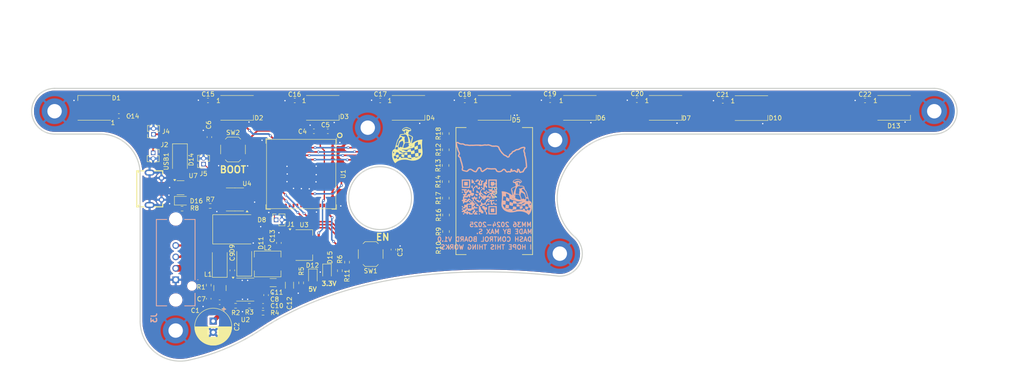
<source format=kicad_pcb>
(kicad_pcb (version 20240108) (generator "pcbnew") (generator_version "8.0")
  (layers (0 "F.Cu" signal) (31 "B.Cu" signal) (34 "B.Paste" user) (35 "F.Paste" user) (36 "B.SilkS" user "B.Silkscreen") (37 "F.SilkS" user "F.Silkscreen") (38 "B.Mask" user) (39 "F.Mask" user) (44 "Edge.Cuts" user))
  (net 0 "")
  (net 1 "Net-(C1-Pad1)")
  (net 2 "GND")
  (net 3 "+3.3V")
  (net 4 "Net-(U1-EN)")
  (net 5 "Net-(U1-GPIO0{slash}BOOT)")
  (net 6 "+5V")
  (net 7 "Net-(D11-K)")
  (net 8 "DIN")
  (net 9 "Net-(D1-DOUT)")
  (net 10 "Net-(D2-DOUT)")
  (net 11 "Net-(D3-DOUT)")
  (net 12 "+12V")
  (net 13 "VBUS")
  (net 14 "Net-(D9-K)")
  (net 15 "CANH")
  (net 16 "CANL")
  (net 17 "USB_N")
  (net 18 "Net-(D4-DOUT)")
  (net 19 "RX")
  (net 20 "USB_P")
  (net 21 "GLED01")
  (net 22 "TX")
  (net 23 "GLED02")
  (net 24 "GLED03")
  (net 25 "GLED04")
  (net 26 "GLED05")
  (net 27 "GLED06")
  (net 28 "GLED07")
  (net 29 "GLED08")
  (net 30 "Net-(D5-DOUT)")
  (net 31 "Net-(D6-DOUT)")
  (net 32 "Net-(D10-DIN)")
  (net 34 "Net-(U2-EN)")
  (net 35 "BUTTON1")
  (net 36 "BUTTON2")
  (net 38 "Net-(U2-SS)")
  (net 39 "Net-(U2-BOOT)")
  (net 40 "Net-(U2-FB)")
  (net 41 "Net-(D16-A)")
  (net 48 "Net-(D12-A)")
  (net 49 "Net-(D10-DOUT)")
  (net 52 "BUTTON3")
  (net 62 "Net-(D15-A)")
  (net 63 "Net-(U2-RT)")
  (net 64 "BUTTON4")
  (net 66 "Net-(U1-GPIO47{slash}SPICLK_P{slash}SUBSPICLK_P_DIFF)")
  (net 67 "Net-(LED1-Cathode-Pad9)")
  (net 68 "Net-(LED1-Cathode-Pad5)")
  (net 69 "Net-(LED1-Cathode-Pad4)")
  (net 70 "Net-(LED1-Cathode-Pad3)")
  (net 71 "Net-(LED1-Cathode-Pad2)")
  (net 72 "Net-(LED1-Cathode-Pad10)")
  (net 73 "Net-(LED1-Cathode-Pad8)")
  (net 74 "Net-(LED1-Cathode-Pad7)")
  (net 75 "Net-(USB1-D-)")
  (net 76 "Net-(USB1-D+)")
  (footprint "Connector_PinSocket_1.27mm:PinSocket_1x02_P1.27mm_Vertical" (layer "F.Cu") (at 157.83 147.6 90)
    (property "Reference" "J1")
    (property "Value" "BUTTTON 1")
  )
  (footprint "LED_SMD:LED_0805_2012Metric" (layer "F.Cu") (at 136.91 143.34)
    (property "Reference" "D16")
    (property "Value" "LED")
  )
  (footprint "Capacitor_SMD:C_0603_1608Metric" (layer "F.Cu") (at 257.125 121.15)
    (property "Reference" "C21")
    (property "Value" "0.1uF")
  )
  (footprint "Capacitor_SMD:C_0603_1608Metric" (layer "F.Cu") (at 145.275 165.9 180)
    (property "Reference" "C7")
    (property "Value" "1u")
  )
  (footprint "Button_Switch_SMD:SW_SPST_TL3342" (layer "F.Cu") (at 178.85 155.2 180)
    (property "Reference" "SW1")
    (property "Value" "RESET1")
  )
  (footprint "Capacitor_SMD:C_0603_1608Metric" (layer "F.Cu") (at 180.975 121.05)
    (property "Reference" "C17")
    (property "Value" "0.1uF")
  )
  (footprint "Capacitor_SMD:C_0603_1608Metric" (layer "F.Cu") (at 238.025 121)
    (property "Reference" "C20")
    (property "Value" "0.1uF")
  )
  (footprint "Resistor_SMD:R_0805_2012Metric" (layer "F.Cu") (at 195.6 150.1875 90)
    (property "Reference" "R9")
    (property "Value" "40")
  )
  (footprint "Capacitor_SMD:C_0603_1608Metric" (layer "F.Cu") (at 288.75 121.05)
    (property "Reference" "C22")
    (property "Value" "0.1uF")
  )
  (footprint "Package_SO:SOIC-8_3.9x4.9mm_P1.27mm" (layer "F.Cu") (at 148.675 143.055 180)
    (property "Reference" "U4")
    (property "Value" "TJA1051T-3")
  )
  (footprint "LED_SMD:LED_WS2812B_PLCC4_5.0x5.0mm_P3.2mm" (layer "F.Cu") (at 225.35 122.7)
    (property "Reference" "D6")
    (property "Value" "WS2812B")
  )
  (footprint "Resistor_SMD:R_0603_1608Metric" (layer "F.Cu") (at 151.875 166.697349 180)
    (property "Reference" "R3")
    (property "Value" "12k")
  )
  (footprint "Capacitor_SMD:C_0603_1608Metric" (layer "F.Cu") (at 169.325 127.9)
    (property "Reference" "C5")
    (property "Value" "10nF")
  )
  (footprint "Capacitor_SMD:C_0603_1608Metric" (layer "F.Cu") (at 158.45 152.725 90)
    (property "Reference" "C13")
    (property "Value" "4.7u")
  )
  (footprint "Resistor_SMD:R_0603_1608Metric" (layer "F.Cu") (at 163.4 161.6 -90)
    (property "Reference" "R5")
    (property "Value" "510")
  )
  (footprint "Resistor_SMD:R_0603_1608Metric" (layer "F.Cu") (at 173.6 157 90)
    (property "Reference" "R11")
    (property "Value" "10k")
  )
  (footprint "Resistor_SMD:R_0603_1608Metric" (layer "F.Cu") (at 154.925 168.247349)
    (property "Reference" "R4")
    (property "Value" "68k")
  )
  (footprint "LED_SMD:LED_WS2812B_PLCC4_5.0x5.0mm_P3.2mm" (layer "F.Cu") (at 295.2 122.7)
    (property "Reference" "D13")
    (property "Value" "WS2812B")
  )
  (footprint "Capacitor_SMD:C_0603_1608Metric" (layer "F.Cu") (at 154.925 166.697349 180)
    (property "Reference" "C10")
    (property "Value" "330p")
  )
  (footprint "PCM_Espressif:ESP32-S3-MINI-1U" (layer "F.Cu") (at 163.4 137.4 -90)
    (property "Reference" "U1")
    (property "Value" "ESP32-S3-MINI-1")
  )
  (footprint "LED_SMD:LED_WS2812B_PLCC4_5.0x5.0mm_P3.2mm" (layer "F.Cu") (at 117.4 122.7 180)
    (property "Reference" "D1")
    (property "Value" "WS2812B")
  )
  (footprint "Capacitor_SMD:C_0603_1608Metric" (layer "F.Cu") (at 166.225 127.9 180)
    (property "Reference" "C4")
    (property "Value" "1uF")
  )
  (footprint "Resistor_SMD:R_0805_2012Metric" (layer "F.Cu") (at 195.5 135.5 90)
    (property "Reference" "R13")
    (property "Value" "40")
  )
  (footprint "Resistor_SMD:R_0805_2012Metric" (layer "F.Cu") (at 195.6 153.8 90)
    (property "Reference" "R10")
    (property "Value" "40")
  )
  (footprint "Capacitor_SMD:C_1206_3216Metric" (layer "F.Cu") (at 160.8 162.125 -90)
    (property "Reference" "C12")
    (property "Value" "10u")
  )
  (footprint "LED_SMD:LED_WS2812B_PLCC4_5.0x5.0mm_P3.2mm" (layer "F.Cu") (at 244.4 122.7)
    (property "Reference" "D7")
    (property "Value" "WS2812B")
  )
  (footprint "LED_SMD:LED_WS2812B_PLCC4_5.0x5.0mm_P3.2mm" (layer "F.Cu") (at 206.35 122.7)
    (property "Reference" "D5")
    (property "Value" "WS2812B")
  )
  (footprint "Capacitor_SMD:C_0603_1608Metric" (layer "F.Cu") (at 199.775 121.05)
    (property "Reference" "C18")
    (property "Value" "0.1uF")
  )
  (footprint "LED_SMD:LED_WS2812B_PLCC4_5.0x5.0mm_P3.2mm" (layer "F.Cu") (at 263.5 122.75)
    (property "Reference" "D10")
    (property "Value" "WS2812B")
  )
  (footprint "Button_Switch_SMD:SW_SPST_TL3342" (layer "F.Cu") (at 148.25 131.95)
    (property "Reference" "SW2")
    (property "Value" "BOOT1")
  )
  (footprint "Resistor_SMD:R_0603_1608Metric" (layer "F.Cu") (at 136.925 145.1 180)
    (property "Reference" "R8")
    (property "Value" "120")
  )
  (footprint "LED_SMD:LED_0805_2012Metric" (layer "F.Cu") (at 169.15 159.1 -90)
    (property "Reference" "D15")
    (property "Value" "LED")
  )
  (footprint "LED_SMD:LED_WS2812B_PLCC4_5.0x5.0mm_P3.2mm" (layer "F.Cu") (at 187.25 122.7)
    (property "Reference" "D4")
    (property "Value" "WS2812B")
  )
  (footprint "Resistor_SMD:R_0805_2012Metric" (layer "F.Cu") (at 195.55 142.7625 90)
    (property "Reference" "R17")
    (property "Value" "40")
  )
  (footprint "Resistor_SMD:R_0805_2012Metric" (layer "F.Cu") (at 195.5 139.0875 90)
    (property "Reference" "R14")
    (property "Value" "40")
  )
  (footprint "Capacitor_SMD:C_0603_1608Metric" (layer "F.Cu") (at 218.75 121)
    (property "Reference" "C19")
    (property "Value" "0.1uF")
  )
  (footprint "Inductor_SMD:L_1210_3225Metric" (layer "F.Cu") (at 145.35 162.75 -90)
    (property "Reference" "L1")
    (property "Value" "2.2u")
  )
  (footprint "Connector_PinSocket_1.27mm:PinSocket_1x02_P1.27mm_Vertical" (layer "F.Cu") (at 130.575 128.575 180)
    (property "Reference" "J4")
    (property "Value" "BUTTON 2")
  )
  (footprint "Capacitor_SMD:C_0603_1608Metric" (layer "F.Cu") (at 155.6 164.322349 -90)
    (property "Reference" "C8")
    (property "Value" "10n")
  )
  (footprint "LED_SMD:LED_0805_2012Metric" (layer "F.Cu") (at 166 160.2 -90)
    (property "Reference" "D12")
    (property "Value" "LED")
  )
  (footprint "Capacitor_SMD:C_0603_1608Metric" (layer "F.Cu") (at 122.875 124.5 180)
    (property "Reference" "C14")
    (property "Value" "0.1uF")
  )
  (footprint "Capacitor_SMD:C_0603_1608Metric" (layer "F.Cu") (at 161.975 121.05)
    (property "Reference" "C16")
    (property "Value" "0.1uF")
  )
  (footprint "LED_SMD:LED_WS2812B_PLCC4_5.0x5.0mm_P3.2mm" (layer "F.Cu") (at 149.15 122.7)
    (property "Reference" "D2")
    (property "Value" "WS2812B")
  )
  (footprint "Diode_SMD:D_SMA" (layer "F.Cu") (at 150.75 156.597349 90)
    (property "Reference" "D11")
    (property "Value" "D_Schottky")
  )
  (footprint "Connector_PinSocket_1.27mm:PinSocket_1x02_P1.27mm_Vertical" (layer "F.Cu") (at 130.5 132.7)
    (property "Reference" "J2")
    (property "Value" "BUTTTON 1")
  )
  (footprint "Capacitor_THT:CP_Radial_D8.0mm_P2.50mm" (layer "F.Cu") (at 143.85 170.1 -90)
    (property "Reference" "C2")
    (property "Value" "56u")
  )
  (footprint "Diode_SMD:D_SMA" (layer "F.Cu") (at 136.45 134.2 -90)
    (property "Reference" "D14")
    (property "Value" "D_Schottky")
  )
  (footprint "Package_TO_SOT_SMD:SOT-23-6" (layer "F.Cu") (at 136.5875 140.45)
    (property "Reference" "U7")
    (property "Value" "USBLC6-2SC6")
  )
  (footprint "Capacitor_SMD:C_0603_1608Metric" (layer "F.Cu") (at 143 129.2 90)
    (property "Reference" "C6")
    (property "Value" "0.1uF")
  )
  (footprint "Diode_SMD:D_SMA" (layer "F.Cu") (at 145.3 156.85 90)
    (property "Reference" "D9")
    (property "Value" "D_Schottky")
  )
  (footprint "Inductor_SMD:L_Sunlord_MWSA0503S" (layer "F.Cu") (at 155.95 157.397349)
    (property "Reference" "L2")
    (property "Value" "10u")
  )
  (footprint "Diode_SMD:D_SMC" (layer "F.Cu") (at 148.65 149.7)
    (property "Reference" "D8")
    (property "Value" "SM15T33CA")
  )
  (footprint "Capacitor_SMD:C_0603_1608Metric" (layer "F.Cu") (at 148.1 158.822349 90)
    (property "Reference" "C9")
    (property "Value" "100n")
  )
  (footprint "Package_SO:SOIC-8-1EP_3.9x4.9mm_P1.27mm_EP2.29x3mm" (layer "F.Cu") (at 150.97 163.097349)
    (property "Reference" "U2")
    (property "Value" "LMR14020")
  )
  (footprint "USB Footprint:MICRO-USB-SMD_5P-P0.65-H-F_C10418" (layer "F.Cu") (at 131.025 140.7 -90)
    (property "Reference" "USB1")
    (property "Value" "C10418")
  )
  (footprint "Capacitor_SMD:C_0603_1608Metric" (layer "F.Cu") (at 142.675 121.05)
    (property "Reference" "C15")
    (property "Value" "0.1uF")
  )
  (footprint "Resistor_SMD:R_0805_2012Metric" (layer "F.Cu") (at 195.55 128.4125 90)
    (property "Reference" "R18")
    (property "Value" "40")
  )
  (footprint "LED_SMD:LED_WS2812B_PLCC4_5.0x5.0mm_P3.2mm" (layer "F.Cu") (at 168.2 122.7)
    (property "Reference" "D3")
    (property "Value" "WS2812B")
  )
  (footprint "Connector_PinSocket_1.27mm:PinSocket_1x02_P1.27mm_Vertical" (layer "F.Cu") (at 141.7 135.2 180)
    (property "Reference" "J5")
    (property "Value" "BUTTON 2")
  )
  (footprint "LOGO" (layer "F.Cu") (at 187 131)
    (property "Reference" "G***" (hide yes))
    (property "Value" "LOGO" (hide yes))
  )
  (footprint "Capacitor_SMD:C_1206_3216Metric" (layer "F.Cu") (at 157.175 161.547349 180)
    (property "Reference" "C11")
    (property "Value" "10u")
  )
  (footprint "Resistor_SMD:R_0603_1608Metric" (layer "F.Cu") (at 148.825 166.697349)
    (property "Reference" "R2")
    (property "Value" "10k")
  )
  (footprint "Resistor_SMD:R_0603_1608Metric" (layer "F.Cu") (at 143.175 144.5)
    (property "Reference" "R7")
    (property "Value" "120")
  )
  (footprint "Resistor_SMD:R_0603_1608Metric" (layer "F.Cu") (at 142.85 162.1 -90)
    (property "Reference" "R1")
    (property "Value" "1")
  )
  (footprint "Capacitor_SMD:C_0603_1608Metric" (layer "F.Cu") (at 183.9 154.2 90)
    (property "Reference" "C3")
    (property "Value" "0.1uF")
  )
  (footprint "Resistor_SMD:R_0805_2012Metric" (layer "F.Cu") (at 195.55 132.0125 90)
    (property "Reference" "R12")
    (property "Value" "40")
  )
  (footprint "ACSA08_51SURKWA:LED10_ACSA08-51SURKWA_KNB" (layer "F.Cu") (at 206.32 141.1945 -90)
    (property "Reference" "LED1")
    (property "Value" "ACSA08-51SURKWA")
  )
  (footprint "Resistor_SMD:R_0805_2012Metric" (layer "F.Cu") (at 195.6 146.5125 90)
    (property "Reference" "R16")
    (property "Value" "40")
  )
  (footprint "Package_TO_SOT_SMD:SOT-223-3_TabPin2" (layer "F.Cu") (at 164.05 153.2)
    (property "Reference" "U3")
    (property "Value" "AMS1117-3.3")
  )
  (footprint "Capacitor_SMD:C_0603_1608Metric" (layer "F.Cu") (at 142.85 165.125 -90)
    (property "Reference" "C1")
    (property "Value" "4.7u")
  )
  (footprint "Resistor_SMD:R_0603_1608Metric" (layer "F.Cu") (at 172 158.9 90)
    (property "Reference" "R6")
    (property "Value" "510")
  )
  (footprint "MountingHole:MountingHole_3.2mm_M3_ISO7380_Pad_TopOnly" (layer "B.Cu") (at 135.5 172.2 180)
    (property "Reference" "H1" (hide yes))
    (property "Value" "MountingHole_3.2mm_M3_ISO7380_Pad_TopOnly" (hide yes))
  )
  (footprint "MountingHole:MountingHole_3.2mm_M3_ISO7380_Pad_TopOnly" (layer "B.Cu") (at 108.579996 123.443576 180)
    (property "Reference" "H1" (hide yes))
    (property "Value" "MountingHole_3.2mm_M3_ISO7380_Pad_TopOnly" (hide yes))
  )
  (footprint "LOGO" (layer "B.Cu") (at 203.1 142.4 180)
    (property "Reference" "G***" (hide yes))
    (property "Value" "LOGO" (hide yes))
  )
  (footprint "LOGO" (layer "B.Cu") (at 211.3 142.5 180)
    (property "Reference" "G***" (hide yes))
    (property "Value" "LOGO" (hide yes))
  )
  (footprint "MountingHole:MountingHole_3.2mm_M3_ISO7380_Pad_TopOnly" (layer "B.Cu") (at 178.2 127.1 180)
    (property "Reference" "REF**" (hide yes))
    (property "Value" "MountingHole_3.2mm_M3_ISO7380_Pad_TopOnly" (hide yes))
  )
  (footprint "MountingHole:MountingHole_3.2mm_M3_ISO7380_Pad_TopOnly" (layer "B.Cu") (at 219.85 129.85 180)
    (property "Reference" "REF**" (hide yes))
    (property "Value" "MountingHole_3.2mm_M3_ISO7380_Pad_TopOnly" (hide yes))
  )
  (footprint "TE 1379165-7:13791657" (layer "B.Cu") (at 135.5125 160.91 90)
    (property "Reference" "J3")
    (property "Value" "1379165-7" (hide yes))
  )
  (footprint "MountingHole:MountingHole_3.2mm_M3_ISO7380_Pad_TopOnly" (layer "B.Cu") (at 304.133706 123.443576 180)
    (property "Reference" "REF**" (hide yes))
    (property "Value" "MountingHole_3.2mm_M3_ISO7380_Pad_TopOnly" (hide yes))
  )
  (footprint "MountingHole:MountingHole_3.2mm_M3_ISO7380_Pad_TopOnly" (layer "B.Cu") (at 220.896696 155.104076 180)
    (property "Reference" "REF**" (hide yes))
    (property "Value" "MountingHole_3.2mm_M3_ISO7380_Pad_TopOnly" (hide yes))
  )
  (footprint "LOGO" (layer "B.Cu") (at 205.8 133.5 -105)
    (property "Reference" "G***" (hide yes))
    (property "Value" "LOGO" (hide yes))
  )
  (gr_circle (center 171.98 128.81) (end 172.48 128.81) (stroke (width 0.25)) (fill none) (layer "F.SilkS"))
  (gr_line (start 235.703976 128.523576) (end 304.133696 128.523576) (stroke (width 0.25)) (layer "Edge.Cuts"))
  (gr_arc (start 220.941864 139.026582) (mid 226.642652 131.413459) (end 235.703976 128.523576) (stroke (width 0.25)) (layer "Edge.Cuts"))
  (gr_arc (start 224.197694 151.348599) (mid 220.692958 145.6835) (end 220.941864 139.026582) (stroke (width 0.25)) (layer "Edge.Cuts"))
  (gr_circle (center 180.943706 142.763576) (end 180.943706 135.778576) (stroke (width 0.25)) (fill none) (layer "Edge.Cuts"))
  (gr_line (start 127.603706 137.413576) (end 127.603706 170.106676) (stroke (width 0.25)) (layer "Edge.Cuts"))
  (gr_line (start 127.603696 137.413576) (end 127.603706 137.413576) (stroke (width 0.25)) (layer "Edge.Cuts"))
  (gr_line (start 304.133696 118.363576) (end 108.567147 118.363576) (stroke (width 0.25)) (layer "Edge.Cuts"))
  (gr_arc (start 154.466197 171.994422) (mid 146.733474 176.157894) (end 138.357688 178.799058) (stroke (width 0.25)) (layer "Edge.Cuts"))
  (gr_arc (start 138.357688 178.799058) (mid 130.905266 177.020533) (end 127.603706 170.106676) (stroke (width 0.25)) (layer "Edge.Cuts"))
  (gr_line (start 108.579996 128.523576) (end 118.713696 128.523576) (stroke (width 0.25)) (layer "Edge.Cuts"))
  (gr_arc (start 118.713696 128.523576) (mid 124.999875 131.127397) (end 127.603696 137.413576) (stroke (width 0.25)) (layer "Edge.Cuts"))
  (gr_curve (pts (xy 154.466197 171.994422) (xy 172.861084 159.727626) (xy 198.105156 157.574106) (xy 220.338314 160.072796)) (stroke (width 0.25)) (layer "Edge.Cuts"))
  (gr_arc (start 304.133696 118.363576) (mid 309.213706 123.443576) (end 304.133696 128.523576) (stroke (width 0.25)) (layer "Edge.Cuts"))
  (gr_arc (start 108.579996 128.523576) (mid 103.5 123.45) (end 108.567147 118.363576) (stroke (width 0.25)) (layer "Edge.Cuts"))
  (gr_arc (start 224.197694 151.348599) (mid 225.469276 157.126874) (end 220.338314 160.072796) (stroke (width 0.25)) (layer "Edge.Cuts"))
  (gr_text "+" (at 147 168 0) (layer "B.SilkS") (effects (font (size 1 1) (thickness 0.2) (bold yes)) (justify left bottom mirror)))
  (gr_text "I HOPE THIS THING WORKS" (at 214.8 154.25 0) (layer "B.SilkS") (effects (font (size 1 1) (thickness 0.2) (bold yes)) (justify left bottom mirror)))
  (gr_text "DASH CONTROL BOARD V1.0" (at 214.8 152.5 0) (layer "B.SilkS") (effects (font (size 1 1) (thickness 0.2) (bold yes)) (justify left bottom mirror)))
  (gr_text "MM36 2024-2025" (at 214.75 149.25 0) (layer "B.SilkS") (effects (font (size 1 1) (thickness 0.2) (bold yes)) (justify left bottom mirror)))
  (gr_text "MADE BY MAX S." (at 214.9 150.8 0) (layer "B.SilkS") (effects (font (size 1 1) (thickness 0.2) (bold yes)) (justify left bottom mirror)))
  (gr_text "BOOT" (at 145.15 137.3 0) (layer "F.SilkS") (effects (font (size 1.5 1.5) (thickness 0.3) (bold yes)) (justify left bottom)))
  (gr_text "5V" (at 164.9 163.6 0) (layer "F.SilkS") (effects (font (size 1 1) (thickness 0.2) (bold yes)) (justify left bottom)))
  (gr_text "EN" (at 179.86 152.31 0) (layer "F.SilkS") (effects (font (size 1.5 1.5) (thickness 0.3) (bold yes)) (justify left bottom)))
  (gr_text "3.3V" (at 167.85 162.35 0) (layer "F.SilkS") (effects (font (size 1 1) (thickness 0.2) (bold yes)) (justify left bottom)))
  (segment (start 142.85 164.35) (end 142.85 162.925) (width 0.5) (layer "F.Cu") (net 1))
  (segment (start 286.55 121.05) (end 287.975 121.05) (width 0.5) (layer "F.Cu") (net 2))
  (segment (start 141.9 121.05) (end 140.6 121.05) (width 0.5) (layer "F.Cu") (net 2))
  (segment (start 170.4 134.85) (end 170.4 134) (width 0.5) (layer "F.Cu") (net 2))
  (segment (start 170.4 140.2) (end 170.4 139.95) (width 0.5) (layer "F.Cu") (net 2))
  (segment (start 166 159.2625) (end 167.5875 159.2625) (width 0.5) (layer "F.Cu") (net 2))
  (segment (start 161.75 139.05) (end 161.75 137.4) (width 1) (layer "F.Cu") (net 2))
  (segment (start 170.4 140.8) (end 170.4 140.2) (width 0.5) (layer "F.Cu") (net 2))
  (segment (start 150.97 163.097349) (end 151.605 162.462349) (width 0.5) (layer "F.Cu") (net 2))
  (segment (start 179.05 121) (end 180.15 121) (width 0.5) (layer "F.Cu") (net 2))
  (segment (start 266 126.2) (end 266 124.45) (width 0.5) (layer "F.Cu") (net 2))
  (segment (start 167.65 159.2) (end 168.1125 159.2) (width 0.5) (layer "F.Cu") (net 2))
  (segment (start 166.7 139.15) (end 165.15 139.15) (width 0.5) (layer "F.Cu") (net 2))
  (segment (start 165.15 135.65) (end 165.05 135.75) (width 0.5) (layer "F.Cu") (net 2))
  (segment (start 168.1125 159.2) (end 169.15 158.1625) (width 0.5) (layer "F.Cu") (net 2))
  (segment (start 182 153.3) (end 183.775 153.3) (width 0.3) (layer "F.Cu") (net 2))
  (segment (start 227.8 126) (end 227.8 124.35) (width 0.5) (layer "F.Cu") (net 2))
  (segment (start 165.2 140.7) (end 165.2 139.2) (width 0.5) (layer "F.Cu") (net 2))
  (segment (start 189.7 126.1) (end 189.75 126.15) (width 0.5) (layer "F.Cu") (net 2))
  (segment (start 163.45 140.65) (end 163.45 139.1) (width 0.5) (layer "F.Cu") (net 2))
  (segment (start 158.9 150.9) (end 160.9 150.9) (width 0.5) (layer "F.Cu") (net 2))
  (segment (start 189.7 124.35) (end 189.7 126.1) (width 0.5) (layer "F.Cu") (net 2))
  (segment (start 157.1 163.85) (end 155.852651 165.097349) (width 0.5) (layer "F.Cu") (net 2))
  (segment (start 185.375 153.425) (end 185.4 153.4) (width 0.3) (layer "F.Cu") (net 2))
  (segment (start 170.4 131.45) (end 170.4 130.4) (width 0.5) (layer "F.Cu") (net 2))
  (segment (start 246.95 124.45) (end 246.85 124.35) (width 0.5) (layer "F.Cu") (net 2))
  (segment (start 170.4 136.55) (end 170.4 135.7) (width 0.5) (layer "F.Cu") (net 2))
  (segment (start 142.85 165.9) (end 142.55 165.9) (width 0.5) (layer "F.Cu") (net 2))
  (segment (start 163.4 139.05) (end 163.4 137.4) (width 1) (layer "F.Cu") (net 2))
  (segment (start 163.45 139.1) (end 163.4 139.05) (width 0.5) (layer "F.Cu") (net 2))
  (segment (start 156.2 145.95) (end 156.2 144.6) (width 0.5) (layer "F.Cu") (net 2))
  (segment (start 165.05 139.05) (end 163.4 139.05) (width 1) (layer "F.Cu") (net 2))
  (segment (start 169.35 130.4) (end 168.5 130.4) (width 0.5) (layer "F.Cu") (net 2))
  (segment (start 150.3 162.427349) (end 150.97 163.097349) (width 0.5) (layer "F.Cu") (net 2))
  (segment (start 183.9 153.425) (end 185.375 153.425) (width 0.3) (layer "F.Cu") (net 2))
  (segment (start 135.45 140.45) (end 134.2 140.45) (width 0.35) (layer "F.Cu") (net 2))
  (segment (start 163.4 137.4) (end 163.4 135.75) (width 1) (layer "F.Cu") (net 2))
  (segment (start 150.35 163.717349) (end 150.97 163.097349) (width 0.5) (layer "F.Cu") (net 2))
  (segment (start 172 130.4) (end 170.4 130.4) (width 0.5) (layer "F.Cu") (net 2))
  (segment (start 151.5 133.95) (end 151.4 133.85) (width 0.5) (layer "F.Cu") (net 2))
  (segment (start 150.35 168) (end 151.05 167.3) (width 0.5) (layer "F.Cu") (net 2))
  (segment (start 142.375 128.425) (end 141.65 127.7) (width 0.5) (layer "F.Cu") (net 2))
  (segment (start 170.75 125.95) (end 170.75 124.45) (width 0.5) (layer "F.Cu") (net 2))
  (segment (start 235.9 121) (end 237.25 121) (width 0.5) (layer "F.Cu") (net 2))
  (segment (start 165.15 139.15) (end 165.05 139.05) (width 0.5) (layer "F.Cu") (net 2))
  (segment (start 150.35 165.25) (end 150.35 163.717349) (width 0.5) (layer "F.Cu") (net 2))
  (segment (start 160.25 139.1) (end 161.7 139.1) (width 0.5) (layer "F.Cu") (net 2))
  (segment (start 165.05 137.4) (end 165.05 139.05) (width 1) (layer "F.Cu") (net 2))
  (segment (start 170.4 139.1) (end 170.4 138.25) (width 0.5) (layer "F.Cu") (net 2))
  (segment (start 163.4 139.05) (end 161.75 139.05) (width 1) (layer "F.Cu") (net 2))
  (segment (start 161.75 135.75) (end 163.4 135.75) (width 1) (layer "F.Cu") (net 2))
  (segment (start 297.65 125.85) (end 297.65 124.35) (width 0.5) (layer "F.Cu") (net 2))
  (segment (start 150.75 154.597349) (end 150.902651 154.597349) (width 0.5) (layer "F.Cu") (net 2))
  (segment (start 163.4 135.75) (end 165.05 135.75) (width 1) (layer "F.Cu") (net 2))
  (segment (start 165.2 137.55) (end 165.05 137.4) (width 0.5) (layer "F.Cu") (net 2))
  (segment (start 167.5875 159.2625) (end 167.65 159.2) (width 0.5) (layer "F.Cu") (net 2))
  (segment (start 161.7 140.6) (end 161.7 139.1) (width 0.5) (layer "F.Cu") (net 2))
  (segment (start 152.05 149.7) (end 153.8 149.7) (width 0.5) (layer "F.Cu") (net 2))
  (segment (start 151.6 124.35) (end 151.6 125.65) (width 0.5) (layer "F.Cu") (net 2))
  (segment (start 157.1 163.85) (end 157.1 162.947349) (width 0.5) (layer "F.Cu") (net 2))
  (segment (start 140.6 121.05) (end 140.55 121) (width 0.5) (layer "F.Cu") (net 2))
  (segment (start 166.75 137.55) (end 165.2 137.55) (width 0.5) (layer "F.Cu") (net 2))
  (segment (start 160.3 137.4) (end 161.75 137.4) (width 0.5) (layer "F.Cu") (net 2))
  (segment (start 210.8 124.35) (end 208.8 124.35) (width 0.5) (layer "F.Cu") (net 2))
  (segment (start 198.95 121) (end 199 121.05) (width 0.5) (layer "F.Cu") (net 2))
  (segment (start 165.45 126.6) (end 165.4 126.55) (width 0.5) (layer "F.Cu") (net 2))
  (segment (start 158.45 150.45) (end 158.45 151.95) (width 0.5) (layer "F.Cu") (net 2))
  (segment (start 216.8 121) (end 217.975 121) (width 0.5) (layer "F.Cu") (net 2))
  (segment (start 255.05 121.1) (end 255.1 121.15) (width 0.5) (layer "F.Cu") (net 2))
  (segment (start 170.4 130.4) (end 169.35 130.4) (width 0.5) (layer "F.Cu") (net 2))
  (segment (start 170.4 137.4) (end 170.4 136.55) (width 0.5) (layer "F.Cu") (net 2))
  (segment (start 146.2 144.96) (end 145.44 144.96) (width 0.5) (layer "F.Cu") (net 2))
  (segment (start 166.75 135.65) (end 165.15 135.65) (width 0.5) (layer "F.Cu") (net 2))
  (segment (start 170.4 143.35) (end 170.4 142.5) (width 0.5) (layer "F.Cu") (net 2))
  (segment (start 112.9 121.05) (end 114.95 121.05) (width 0.5) (layer "F.Cu") (net 2))
  (segment (start 144.5 165.9) (end 142.85 165.9) (width 0.5) (layer "F.Cu") (net 2))
  (segment (start 165.05 137.4) (end 163.4 137.4) (width 1) (layer "F.Cu") (net 2))
  (segment (start 161.75 137.4) (end 163.4 137.4) (width 1) (layer "F.Cu") (net 2))
  (segment (start 135.3125 144) (end 134.15 144) (width 0.2) (layer "F.Cu") (net 2))
  (segment (start 151.05 167.3) (end 151.05 166.697349) (width 0.5) (layer "F.Cu") (net 2))
  (segment (start 170.4 133.15) (end 170.4 132.3) (width 0.5) (layer "F.Cu") (net 2))
  (segment (start 145.44 144.96) (end 144.65 145.75) (width 0.5) (layer "F.Cu") (net 2))
  (segment (start 143 128.425) (end 142.375 128.425) (width 0.5) (layer "F.Cu") (net 2))
  (segment (start 165.05 135.75) (end 165.05 137.4) (width 1) (layer "F.Cu") (net 2))
  (segment (start 170.1 127.9) (end 170.1 126.6) (width 0.5) (layer "F.Cu") (net 2))
  (segment (start 151.6 125.65) (end 151.8 125.85) (width 0.5) (layer "F.Cu") (net 2))
  (segment (start 150.35 168) (end 149.65 167.3) (width 0.5) (layer "F.Cu") (net 2))
  (segment (start 175.7 153.3) (end 182 153.3) (width 0.3) (layer "F.Cu") (net 2))
  (segment (start 170.1 126.6) (end 170.75 125.95) (width 0.5) (layer "F.Cu") (net 2))
  (segment (start 180.15 121) (end 180.2 121.05) (width 0.5) (layer "F.Cu") (net 2))
  (segment (start 134.2 140.45) (end 134.15 140.4) (width 0.35) (layer "F.Cu") (net 2))
  (segment (start 158.45 150.45) (end 158.9 150.9) (width 0.5) (layer "F.Cu") (net 2))
  (segment (start 151.5 163.627349) (end 150.97 163.097349) (width 0.5) (layer "F.Cu") (net 2))
  (segment (start 159.8 121.1) (end 161.15 121.1) (width 0.5) (layer "F.Cu") (net 2))
  (segment (start 133.9 142) (end 134 142.1) (width 0.35) (layer "F.Cu") (net 2))
  (segment (start 155.852651 165.097349) (end 155.6 165.097349) (width 0.5) (layer "F.Cu") (net 2))
  (segment (start 162.75 163.9) (end 161.1 163.9) (width 0.5) (layer "F.Cu") (net 2))
  (segment (start 165.45 127.9) (end 165.45 126.6) (width 0.5) (layer "F.Cu") (net 2))
  (segment (start 183.775 153.3) (end 183.9 153.425) (width 0.3) (layer "F.Cu") (net 2))
  (segment (start 170.4 141.65) (end 170.4 140.8) (width 0.5) (layer "F.Cu") (net 2))
  (segment (start 170.4 144.4) (end 172.1 144.4) (width 0.5) (layer "F.Cu") (net 2))
  (segment (start 165.2 139.2) (end 165.05 139.05) (width 0.5) (layer "F.Cu") (net 2))
  (segment (start 266 124.45) (end 265.95 124.4) (width 0.5) (layer "F.Cu") (net 2))
  (segment (start 170.4 135.7) (end 170.4 134.85) (width 0.5) (layer "F.Cu") (net 2))
  (segment (start 155.2 130.4) (end 154.7 129.9) (width 0.5) (layer "F.Cu") (net 2))
  (segment (start 161.75 137.4) (end 161.75 135.75) (width 1) (layer "F.Cu") (net 2))
  (segment (start 172.1 144.4) (end 172.2 144.5) (width 0.5) (layer "F.Cu") (net 2))
  (segment (start 161.7 135.7) (end 161.75 135.75) (width 0.5) (layer "F.Cu") (net 2))
  (segment (start 255.1 121.15) (end 256.35 121.15) (width 0.5) (layer "F.Cu") (net 2))
  (segment (start 151.605 162.462349) (end 153.445 162.462349) (width 0.5) (layer "F.Cu") (net 2))
  (segment (start 149.65 167.3) (end 149.65 166.697349) (width 0.5) (layer "F.Cu") (net 2))
  (segment (start 166.8 144.4) (end 167.65 144.4) (width 0.35) (layer "F.Cu") (net 2))
  (segment (start 170.4 144.4) (end 170.4 143.35) (width 0.5) (layer "F.Cu") (net 2))
  (segment (start 161.7 139.1) (end 161.75 139.05) (width 0.5) (layer "F.Cu") (net 2))
  (segment (start 166.8 145.85) (end 166.8 144.4) (width 0.35) (layer "F.Cu") (net 2))
  (segment (start 151.5 165.25) (end 151.5 163.627349) (width 0.5) (layer "F.Cu") (net 2))
  (segment (start 170.4 132.3) (end 170.4 131.45) (width 0.5) (layer "F.Cu") (net 2))
  (segment (start 151.5 135.6) (end 151.5 133.95) (width 0.5) (layer "F.Cu") (net 2))
  (segment (start 170.4 134) (end 170.4 133.15) (width 0.5) (layer "F.Cu") (net 2))
  (segment (start 145.05 135.55) (end 145.05 133.9) (width 0.5) (layer "F.Cu") (net 2))
  (segment (start 156.2 144.6) (end 156.4 144.4) (width 0.5) (layer "F.Cu") (net 2))
  (segment (start 197.45 121) (end 198.95 121) (width 0.5) (layer "F.Cu") (net 2))
  (segment (start 142.55 165.9) (end 141.6 166.85) (width 0.5) (layer "F.Cu") (net 2))
  (segment (start 151.5 161.05) (end 151.5 162.567349) (width 0.5) (layer "F.Cu") (net 2))
  (segment (start 145.05 133.9) (end 145.1 133.85) (width 0.5) (layer "F.Cu") (net 2))
  (segment (start 132.25 142) (end 133.9 142) (width 0.35) (layer "F.Cu") (net 2))
  (segment (start 151.15 143.69) (end 153.01 143.69) (width 0.5) (layer "F.Cu") (net 2))
  (segment (start 153.8 149.7) (end 154.4 149.1) (width 0.5) (layer "F.Cu") (net 2))
  (segment (start 170.75 124.45) (end 170.65 124.35) (width 0.5) (layer "F.Cu") (net 2))
  (segment (start 153.01 143.69) (end 153.05 143.65) (width 0.5) (layer "F.Cu") (net 2))
  (segment (start 170.4 138.25) (end 170.4 137.4) (width 0.5) (layer "F.Cu") (net 2))
  (segment (start 170.4 142.5) (end 170.4 141.65) (width 0.5) (layer "F.Cu") (net 2))
  (segment (start 156.4 130.4) (end 155.2 130.4) (width 0.5) (layer "F.Cu") (net 2))
  (segment (start 170.4 140.2) (end 170.4 139.1) (width 0.5) (layer "F.Cu") (net 2))
  (segment (start 246.95 126.1) (end 246.95 124.45) (width 0.5) (layer "F.Cu") (net 2))
  (segment (start 150.902651 154.597349) (end 152.75 152.75) (width 0.5) (layer "F.Cu") (net 2))
  (segment (start 160.25 135.7) (end 161.7 135.7) (width 0.5) (layer "F.Cu") (net 2))
  (segment (start 150.3 161.05) (end 150.3 162.427349) (width 0.5) (layer "F.Cu") (net 2))
  (segment (start 135.9725 143.34) (end 135.3125 144) (width 0.2) (layer "F.Cu") (net 2))
  (segment (start 157.1 162.947349) (end 155.7 161.547349) (width 0.5) (layer "F.Cu") (net 2))
  (segment (start 151.5 162.567349) (end 150.97 163.097349) (width 0.5) (layer "F.Cu") (net 2))
  (segment (start 123.65 124.5) (end 125.4 124.5) (width 0.5) (layer "F.Cu") (net 2))
  (segment (start 161.15 121.1) (end 161.2 121.05) (width 0.5) (layer "F.Cu") (net 2))
  (segment (start 161.1 163.9) (end 160.8 163.6) (width 0.5) (layer "F.Cu") (net 2))
  (via (at 112.9 121.05) (size 0.6) (drill 0.3) (layers "F.Cu" "B.Cu") (net 2))
  (via (at 166.75 135.65) (size 0.6) (drill 0.3) (layers "F.Cu" "B.Cu") (net 2))
  (via (at 159.8 121.1) (size 0.6) (drill 0.3) (layers "F.Cu" "B.Cu") (net 2))
  (via (at 161.7 140.6) (size 0.6) (drill 0.3) (layers "F.Cu" "B.Cu") (net 2))
  (via (at 154.4 149.1) (size 0.6) (drill 0.3) (layers "F.Cu" "B.Cu") (net 2))
  (via (at 170.75 125.95) (size 0.6) (drill 0.3) (layers "F.Cu" "B.Cu") (net 2))
  (via (at 151.8 125.85) (size 0.6) (drill 0.3) (layers "F.Cu" "B.Cu") (net 2))
  (via (at 160.3 137.4) (size 0.6) (drill 0.3) (layers "F.Cu" "B.Cu") (net 2))
  (via (at 210.8 124.35) (size 0.6) (drill 0.3) (layers "F.Cu" "B.Cu") (net 2))
  (via (at 150.35 168) (size 0.6) (drill 0.3) (layers "F.Cu" "B.Cu") (net 2))
  (via (at 140.55 121) (size 0.6) (drill 0.3) (layers "F.Cu" "B.Cu") (net 2))
  (via (at 166.7 139.15) (size 0.6) (drill 0.3) (layers "F.Cu" "B.Cu") (net 2))
  (via (at 157.1 163.85) (size 0.6) (drill 0.3) (layers "F.Cu" "B.Cu") (net 2))
  (via (at 134 142.1) (size 0.6) (drill 0.3) (layers "F.Cu" "B.Cu") (net 2))
  (via (at 286.55 121.05) (size 0.6) (drill 0.3) (layers "F.Cu" "B.Cu") (net 2))
  (via (at 160.25 139.1) (size 0.6) (drill 0.3) (layers "F.Cu" "B.Cu") (net 2))
  (via (at 189.75 126.15) (size 0.6) (drill 0.3) (layers "F.Cu" "B.Cu") (net 2))
  (via (at 141.65 127.7) (size 0.6) (drill 0.3) (layers "F.Cu" "B.Cu") (net 2))
  (via (at 266 126.2) (size 0.6) (drill 0.3) (layers "F.Cu" "B.Cu") (net 2))
  (via (at 166.75 137.55) (size 0.6) (drill 0.3) (layers "F.Cu" "B.Cu") (net 2))
  (via (at 297.65 125.85) (size 0.6) (drill 0.3) (layers "F.Cu" "B.Cu") (net 2))
  (via (at 246.95 126.1) (size 0.6) (drill 0.3) (layers "F.Cu" "B.Cu") (net 2))
  (via (at 150.3 161.05) (size 0.6) (drill 0.3) (layers "F.Cu" "B.Cu") (net 2))
  (via (at 160.25 135.7) (size 0.6) (drill 0.3) (layers "F.Cu" "B.Cu") (net 2))
  (via (at 185.4 153.4) (size 0.6) (drill 0.3) (layers "F.Cu" "B.Cu") (net 2))
  (via (at 154.7 129.9) (size 0.6) (drill 0.3) (layers "F.Cu" "B.Cu") (net 2))
  (via (at 172.2 144.5) (size 0.6) (drill 0.3) (layers "F.Cu" "B.Cu") (net 2))
  (via (at 163.45 140.65) (size 0.6) (drill 0.3) (layers "F.Cu" "B.Cu") (net 2))
  (via (at 141.6 166.85) (size 0.6) (drill 0.3) (layers "F.Cu" "B.Cu") (net 2))
  (via (at 179.05 121) (size 0.6) (drill 0.3) (layers "F.Cu" "B.Cu") (net 2))
  (via (at 162.75 163.9) (size 0.6) (drill 0.3) (layers "F.Cu" "B.Cu") (net 2))
  (via (at 165.4 126.55) (size 0.6) (drill 0.3) (layers "F.Cu" "B.Cu") (net 2))
  (via (at 158.45 150.45) (size 0.6) (drill 0.3) (layers "F.Cu" "B.Cu") (net 2))
  (via (at 235.9 121) (size 0.6) (drill 0.3) (layers "F.Cu" "B.Cu") (net 2))
  (via (at 172 130.4) (size 0.6) (drill 0.3) (layers "F.Cu" "B.Cu") (net 2))
  (via (at 144.65 145.75) (size 0.6) (drill 0.3) (layers "F.Cu" "B.Cu") (net 2))
  (via (at 151.5 135.6) (size 0.6) (drill 0.3) (layers "F.Cu" "B.Cu") (net 2))
  (via (at 166.8 145.85) (size 0.6) (drill 0.3) (layers "F.Cu" "B.Cu") (net 2))
  (via (at 255.05 121.1) (size 0.6) (drill 0.3) (layers "F.Cu" "B.Cu") (net 2))
  (via (at 134.15 144) (size 0.6) (drill 0.3) (layers "F.Cu" "B.Cu") (net 2))
  (via (at 197.45 121) (size 0.6) (drill 0.3) (layers "F.Cu" "B.Cu") (net 2))
  (via (at 151.5 165.25) (size 0.6) (drill 0.3) (layers "F.Cu" "B.Cu") (net 2))
  (via (at 152.75 152.75) (size 0.6) (drill 0.3) (layers "F.Cu" "B.Cu") (net 2))
  (via (at 165.2 140.7) (size 0.6) (drill 0.3) (layers "F.Cu" "B.Cu") (net 2))
  (via (at 134.15 140.4) (size 0.6) (drill 0.3) (layers "F.Cu" "B.Cu") (net 2))
  (via (at 151.5 161.05) (size 0.6) (drill 0.3) (layers "F.Cu" "B.Cu") (net 2))
  (via (at 145.05 135.55) (size 0.6) (drill 0.3) (layers "F.Cu" "B.Cu") (net 2))
  (via (at 156.2 145.95) (size 0.6) (drill 0.3) (layers "F.Cu" "B.Cu") (net 2))
  (via (at 150.35 165.25) (size 0.6) (drill 0.3) (layers "F.Cu" "B.Cu") (net 2))
  (via (at 153.05 143.65) (size 0.6) (drill 0.3) (layers "F.Cu" "B.Cu") (net 2))
  (via (at 227.8 126) (size 0.6) (drill 0.3) (layers "F.Cu" "B.Cu") (net 2))
  (via (at 125.4 124.5) (size 0.6) (drill 0.3) (layers "F.Cu" "B.Cu") (net 2))
  (via (at 216.8 121) (size 0.6) (drill 0.3) (layers "F.Cu" "B.Cu") (net 2))
  (via (at 167.65 159.2) (size 0.6) (drill 0.3) (layers "F.Cu" "B.Cu") (net 2))
  (segment (start 199.479 156.1) (end 201.24 154.339) (width 0.5) (layer "F.Cu") (net 3))
  (segment (start 160.6 153.5) (end 160.9 153.2) (width 0.5) (layer "F.Cu") (net 3))
  (segment (start 147.7 141.675001) (end 147.7 144.7) (width 0.4) (layer "F.Cu") (net 3))
  (segment (start 215.5 131.8) (end 211.75 128.05) (width 0.5) (layer "F.Cu") (net 3))
  (segment (start 172 155.8) (end 169.4 153.2) (width 0.5) (layer "F.Cu") (net 3))
  (segment (start 167.65 128.8) (end 168.55 127.9) (width 0.3) (layer "F.Cu") (net 3))
  (segment (start 147.7 144.7) (end 149.7 146.7) (width 0.4) (layer "F.Cu") (net 3))
  (segment (start 172 158.075) (end 173.35 158.075) (width 0.5) (layer "F.Cu") (net 3))
  (segment (start 160.9 153.2) (end 167.2 153.2) (width 1.5) (layer "F.Cu") (net 3))
  (segment (start 146.2 141.15) (end 147.174999 141.15) (width 0.4) (layer "F.Cu") (net 3))
  (segment (start 169.4 153.2) (end 167.2 153.2) (width 0.5) (layer "F.Cu") (net 3))
  (segment (start 167.3 150.5) (end 167.3 153.1) (width 0.5) (layer "F.Cu") (net 3))
  (segment (start 172 158.075) (end 172 155.8) (width 0.5) (layer "F.Cu") (net 3))
  (segment (start 173.35 158.075) (end 173.6 157.825) (width 0.5) (layer "F.Cu") (net 3))
  (segment (start 167.65 130.4) (end 167.65 128.8) (width 0.3) (layer "F.Cu") (net 3))
  (segment (start 215.5 154.9) (end 215.5 131.8) (width 0.5) (layer "F.Cu") (net 3))
  (segment (start 173.6 157.825) (end 174.075 158.3) (width 0.5) (layer "F.Cu") (net 3))
  (segment (start 185.35 156.1) (end 199.479 156.1) (width 0.5) (layer "F.Cu") (net 3))
  (segment (start 167.65 128.55) (end 167 127.9) (width 0.3) (layer "F.Cu") (net 3))
  (segment (start 167.65 130.4) (end 167.65 128.55) (width 0.3) (layer "F.Cu") (net 3))
  (segment (start 147.174999 141.15) (end 147.7 141.675001) (width 0.4) (layer "F.Cu") (net 3))
  (segment (start 167.65 131.3) (end 167.65 130.4) (width 0.3) (layer "F.Cu") (net 3))
  (segment (start 168.55 132.2) (end 167.65 131.3) (width 0.3) (layer "F.Cu") (net 3))
  (segment (start 168.55 143.1) (end 168.55 132.2) (width 0.3) (layer "F.Cu") (net 3))
  (segment (start 155.9 152.25) (end 157.15 153.5) (width 0.4) (layer "F.Cu") (net 3))
  (segment (start 199.479 156.1) (end 214.3 156.1) (width 0.5) (layer "F.Cu") (net 3))
  (segment (start 158.45 153.5) (end 160.6 153.5) (width 0.5) (layer "F.Cu") (net 3))
  (segment (start 168.35 143.3) (end 168.55 143.1) (width 0.3) (layer "F.Cu") (net 3))
  (segment (start 149.7 146.7) (end 154.35 146.7) (width 0.4) (layer "F.Cu") (net 3))
  (segment (start 154.35 146.7) (end 155.9 148.25) (width 0.4) (layer "F.Cu") (net 3))
  (segment (start 167.3 153.1) (end 167.2 153.2) (width 0.5) (layer "F.Cu") (net 3))
  (segment (start 157.15 153.5) (end 158.45 153.5) (width 0.4) (layer "F.Cu") (net 3))
  (segment (start 174.075 158.3) (end 183.15 158.3) (width 0.5) (layer "F.Cu") (net 3))
  (segment (start 155.9 148.25) (end 155.9 152.25) (width 0.4) (layer "F.Cu") (net 3))
  (segment (start 183.15 158.3) (end 185.35 156.1) (width 0.5) (layer "F.Cu") (net 3))
  (segment (start 214.3 156.1) (end 215.5 154.9) (width 0.5) (layer "F.Cu") (net 3))
  (segment (start 211.75 128.05) (end 211.4 128.05) (width 0.5) (layer "F.Cu") (net 3))
  (via (at 167.3 150.5) (size 0.6) (drill 0.3) (layers "F.Cu" "B.Cu") (net 3))
  (via (at 168.35 143.3) (size 0.6) (drill 0.3) (layers "F.Cu" "B.Cu") (net 3))
  (segment (start 168.15 143.5) (end 168.15 149.65) (width 0.3) (layer "B.Cu") (net 3))
  (segment (start 168.35 143.3) (end 168.15 143.5) (width 0.3) (layer "B.Cu") (net 3))
  (segment (start 168.15 149.65) (end 167.3 150.5) (width 0.3) (layer "B.Cu") (net 3))
  (segment (start 170.3 147.1) (end 169.35 146.15) (width 0.35) (layer "F.Cu") (net 4))
  (segment (start 182 157.1) (end 182 156.875) (width 0.3) (layer "F.Cu") (net 4))
  (segment (start 173.6 155.4) (end 173.6 156.175) (width 0.35) (layer "F.Cu") (net 4))
  (segment (start 174.775 156.175) (end 175.7 157.1) (width 0.35) (layer "F.Cu") (net 4))
  (segment (start 169.35 146.15) (end 169.35 144.4) (width 0.35) (layer "F.Cu") (net 4))
  (segment (start 170.6 152.4) (end 173.6 155.4) (width 0.35) (layer "F.Cu") (net 4))
  (segment (start 173.6 156.175) (end 174.775 156.175) (width 0.35) (layer "F.Cu") (net 4))
  (segment (start 182 156.875) (end 183.9 154.975) (width 0.3) (layer "F.Cu") (net 4))
  (segment (start 175.7 157.1) (end 182 157.1) (width 0.35) (layer "F.Cu") (net 4))
  (via (at 170.3 147.1) (size 0.6) (drill 0.3) (layers "F.Cu" "B.Cu") (net 4))
  (via (at 170.6 152.4) (size 0.6) (drill 0.3) (layers "F.Cu" "B.Cu") (net 4))
  (segment (start 170.3 147.1) (end 170.2 147.2) (width 0.35) (layer "B.Cu") (net 4))
  (segment (start 170.2 152) (end 170.6 152.4) (width 0.35) (layer "B.Cu") (net 4))
  (segment (start 170.2 147.2) (end 170.2 152) (width 0.35) (layer "B.Cu") (net 4))
  (segment (start 151.4 130.05) (end 153.65 127.8) (width 0.4) (layer "F.Cu") (net 5))
  (segment (start 161.8 127.8) (end 162.95 128.95) (width 0.4) (layer "F.Cu") (net 5))
  (segment (start 162.95 128.95) (end 165.9 128.95) (width 0.4) (layer "F.Cu") (net 5))
  (segment (start 166.8 129.85) (end 166.8 130.4) (width 0.4) (layer "F.Cu") (net 5))
  (segment (start 165.9 128.95) (end 166.8 129.85) (width 0.4) (layer "F.Cu") (net 5))
  (segment (start 145.1 130.05) (end 151.4 130.05) (width 0.3) (layer "F.Cu") (net 5))
  (segment (start 143.1 130.05) (end 143.05 130.1) (width 0.3) (layer "F.Cu") (net 5))
  (segment (start 145.1 130.05) (end 143.1 130.05) (width 0.3) (layer "F.Cu") (net 5))
  (segment (start 153.65 127.8) (end 161.8 127.8) (width 0.4) (layer "F.Cu") (net 5))
  (segment (start 152.7 158.597349) (end 153.9 157.397349) (width 1.5) (layer "F.Cu") (net 7))
  (segment (start 152.7 158.597349) (end 152.7 160.05) (width 1.5) (layer "F.Cu") (net 7))
  (segment (start 150.2 158.047349) (end 150.75 158.597349) (width 0.5) (layer "F.Cu") (net 7))
  (segment (start 150.75 158.597349) (end 152.7 158.597349) (width 1.5) (layer "F.Cu") (net 7))
  (segment (start 153.445 157.852349) (end 153.9 157.397349) (width 1.5) (layer "F.Cu") (net 7))
  (segment (start 148.1 158.047349) (end 150.2 158.047349) (width 0.5) (layer "F.Cu") (net 7))
  (segment (start 152.7 160.05) (end 153.5 160.85) (width 1.5) (layer "F.Cu") (net 7))
  (segment (start 157.45 129.8) (end 157.45 130.4) (width 0.4) (layer "F.Cu") (net 8))
  (segment (start 114.95 124.35) (end 116.5 125.9) (width 0.4) (layer "F.Cu") (net 8))
  (segment (start 116.5 125.9) (end 150.1 125.9) (width 0.4) (layer "F.Cu") (net 8))
  (segment (start 150.1 125.9) (end 151.925 127.725) (width 0.4) (layer "F.Cu") (net 8))
  (segment (start 156.55 128.9) (end 157.45 129.8) (width 0.4) (layer "F.Cu") (net 8))
  (via (at 156.55 128.9) (size 0.6) (drill 0.3) (layers "F.Cu" "B.Cu") (net 8))
  (via (at 151.925 127.725) (size 0.6) (drill 0.3) (layers "F.Cu" "B.Cu") (net 8))
  (segment (start 156.15 128.5) (end 156.55 128.9) (width 0.4) (layer "B.Cu") (net 8))
  (segment (start 151.925 127.725) (end 152.7 128.5) (width 0.4) (layer "B.Cu") (net 8))
  (segment (start 152.7 128.5) (end 156.15 128.5) (width 0.4) (layer "B.Cu") (net 8))
  (segment (start 121 122.2) (end 150.45 122.2) (width 0.4) (layer "F.Cu") (net 9))
  (segment (start 150.45 122.2) (end 151.6 121.05) (width 0.4) (layer "F.Cu") (net 9))
  (segment (start 119.85 121.05) (end 121 122.2) (width 0.4) (layer "F.Cu") (net 9))
  (segment (start 168.1 121.05) (end 170.65 121.05) (width 0.4) (layer "F.Cu") (net 10))
  (segment (start 146.7 124.35) (end 148.15 122.9) (width 0.4) (layer "F.Cu") (net 10))
  (segment (start 166.25 122.9) (end 168.1 121.05) (width 0.4) (layer "F.Cu") (net 10))
  (segment (start 148.15 122.9) (end 166.25 122.9) (width 0.4) (layer "F.Cu") (net 10))
  (segment (start 185.2 122.6) (end 186.75 121.05) (width 0.4) (layer "F.Cu") (net 11))
  (segment (start 167.5 122.6) (end 185.2 122.6) (width 0.4) (layer "F.Cu") (net 11))
  (segment (start 165.75 124.35) (end 167.5 122.6) (width 0.4) (layer "F.Cu") (net 11))
  (segment (start 186.75 121.05) (end 189.7 121.05) (width 0.4) (layer "F.Cu") (net 11))
  (segment (start 136.58 158.37) (end 135.5125 158.37) (width 1.5) (layer "F.Cu") (net 12))
  (segment (start 145.25 154.8) (end 145.3 154.85) (width 1.5) (layer "F.Cu") (net 12))
  (segment (start 145.25 149.7) (end 145.25 154.8) (width 1.5) (layer "F.Cu") (net 12))
  (segment (start 145.25 149.7) (end 136.58 158.37) (width 1.5) (layer "F.Cu") (net 12))
  (segment (start 136.7125 138.8625) (end 136.7125 139.9625) (width 0.3) (layer "F.Cu") (net 13))
  (segment (start 136.7125 139.9625) (end 137.2 140.45) (width 0.3) (layer "F.Cu") (net 13))
  (segment (start 136.25 138.4) (end 136.7125 138.8625) (width 0.3) (layer "F.Cu") (net 13))
  (segment (start 136.65 136.5) (end 136.65 136.926238) (width 0.3) (layer "F.Cu") (net 13))
  (segment (start 133.2 139.4) (end 134.2 138.4) (width 0.3) (layer "F.Cu") (net 13))
  (segment (start 136.65 136.926238) (end 135.176238 138.4) (width 0.3) (layer "F.Cu") (net 13))
  (segment (start 137.2 140.45) (end 137.725 140.45) (width 0.3) (layer "F.Cu") (net 13))
  (segment (start 134.2 138.4) (end 135.176238 138.4) (width 0.3) (layer "F.Cu") (net 13))
  (segment (start 135.176238 138.4) (end 136.25 138.4) (width 0.3) (layer "F.Cu") (net 13))
  (segment (start 132.25 139.4) (end 133.2 139.4) (width 0.3) (layer "F.Cu") (net 13))
  (segment (start 145.3 158.85) (end 145.3 161.3) (width 1.5) (layer "F.Cu") (net 14))
  (segment (start 142.85 161.275) (end 145.275 161.275) (width 0.5) (layer "F.Cu") (net 14))
  (segment (start 145.3 161.3) (end 145.35 161.35) (width 1.5) (layer "F.Cu") (net 14))
  (segment (start 145.275 161.275) (end 145.35 161.35) (width 0.5) (layer "F.Cu") (net 14))
  (segment (start 145.21 143.69) (end 142.95 145.95) (width 0.5) (layer "F.Cu") (net 15))
  (segment (start 146.2 143.69) (end 145.21 143.69) (width 0.5) (layer "F.Cu") (net 15))
  (segment (start 142.95 149.4) (end 136.52 155.83) (width 0.5) (layer "F.Cu") (net 15))
  (segment (start 136.52 155.83) (end 135.5125 155.83) (width 0.5) (layer "F.Cu") (net 15))
  (segment (start 142.95 145.95) (end 142.95 149.4) (width 0.5) (layer "F.Cu") (net 15))
  (segment (start 141.4 145) (end 141.4 149.4) (width 0.5) (layer "F.Cu") (net 16))
  (segment (start 146.2 142.42) (end 143.98 142.42) (width 0.5) (layer "F.Cu") (net 16))
  (segment (start 141.4 149.4) (end 137.51 153.29) (width 0.5) (layer "F.Cu") (net 16))
  (segment (start 143.98 142.42) (end 141.4 145) (width 0.5) (layer "F.Cu") (net 16))
  (segment (start 137.51 153.29) (end 135.5125 153.29) (width 0.5) (layer "F.Cu") (net 16))
  (segment (start 139.6 139.5) (end 141.7 137.4) (width 0.3) (layer "F.Cu") (net 17))
  (segment (start 137.725 139.5) (end 139.6 139.5) (width 0.3) (layer "F.Cu") (net 17))
  (segment (start 141.7 137.4) (end 156.4 137.4) (width 0.3) (layer "F.Cu") (net 17))
  (segment (start 184.8 124.35) (end 186.3 122.85) (width 0.4) (layer "F.Cu") (net 18))
  (segment (start 205.95 121.05) (end 208.8 121.05) (width 0.4) (layer "F.Cu") (net 18))
  (segment (start 204.15 122.85) (end 205.95 121.05) (width 0.4) (layer "F.Cu") (net 18))
  (segment (start 186.3 122.85) (end 204.15 122.85) (width 0.4) (layer "F.Cu") (net 18))
  (segment (start 154.2 141.65) (end 156.4 141.65) (width 0.4) (layer "F.Cu") (net 19))
  (segment (start 151.25 141.25) (end 153.8 141.25) (width 0.4) (layer "F.Cu") (net 19))
  (segment (start 153.8 141.25) (end 154.2 141.65) (width 0.4) (layer "F.Cu") (net 19))
  (segment (start 151.15 141.15) (end 151.25 141.25) (width 0.4) (layer "F.Cu") (net 19))
  (segment (start 141.95 138.25) (end 156.4 138.25) (width 0.3) (layer "F.Cu") (net 20))
  (segment (start 137.725 141.4) (end 138.8 141.4) (width 0.3) (layer "F.Cu") (net 20))
  (segment (start 138.8 141.4) (end 141.95 138.25) (width 0.3) (layer "F.Cu") (net 20))
  (segment (start 188.4 135) (end 195.25 141.85) (width 0.35) (layer "F.Cu") (net 21))
  (segment (start 172.35 139.95) (end 172.35 137.15) (width 0.35) (layer "F.Cu") (net 21))
  (segment (start 159.4 140.1) (end 159.4 131.5) (width 0.35) (layer "F.Cu") (net 21))
  (segment (start 174.5 135) (end 188.4 135) (width 0.35) (layer "F.Cu") (net 21))
  (segment (start 161.1 141.8) (end 159.4 140.1) (width 0.35) (layer "F.Cu") (net 21))
  (segment (start 159.4 131.5) (end 160 130.9) (width 0.35) (layer "F.Cu") (net 21))
  (segment (start 172.35 137.15) (end 174.5 135) (width 0.35) (layer "F.Cu") (net 21))
  (segment (start 195.25 141.85) (end 195.55 141.85) (width 0.35) (layer "F.Cu") (net 21))
  (segment (start 160 130.9) (end 160 130.4) (width 0.35) (layer "F.Cu") (net 21))
  (segment (start 166.45 141.8) (end 161.1 141.8) (width 0.35) (layer "F.Cu") (net 21))
  (via (at 172.35 139.95) (size 0.6) (drill 0.3) (layers "F.Cu" "B.Cu") (net 21))
  (via (at 166.45 141.8) (size 0.6) (drill 0.3) (layers "F.Cu" "B.Cu") (net 21))
  (segment (start 170.5 141.8) (end 166.45 141.8) (width 0.35) (layer "B.Cu") (net 21))
  (segment (start 172.35 139.95) (end 170.5 141.8) (width 0.35) (layer "B.Cu") (net 21))
  (segment (start 151.15 144.96) (end 153.39 144.96) (width 0.4) (layer "F.Cu") (net 22))
  (segment (start 153.39 144.96) (end 155.85 142.5) (width 0.4) (layer "F.Cu") (net 22))
  (segment (start 155.85 142.5) (end 156.4 142.5) (width 0.4) (layer "F.Cu") (net 22))
  (segment (start 160.85 133.35) (end 160.85 130.4) (width 0.35) (layer "F.Cu") (net 23))
  (segment (start 166.45 134.2) (end 161.7 134.2) (width 0.35) (layer "F.Cu") (net 23))
  (segment (start 173.65 134.25) (end 189.825 134.25) (width 0.35) (layer "F.Cu") (net 23))
  (segment (start 189.825 134.25) (end 195.55 139.975) (width 0.35) (layer "F.Cu") (net 23))
  (segment (start 161.7 134.2) (end 160.85 133.35) (width 0.35) (layer "F.Cu") (net 23))
  (via (at 166.45 134.2) (size 0.6) (drill 0.3) (layers "F.Cu" "B.Cu") (net 23))
  (via (at 173.65 134.25) (size 0.6) (drill 0.3) (layers "F.Cu" "B.Cu") (net 23))
  (segment (start 166.45 134.2) (end 173.6 134.2) (width 0.35) (layer "B.Cu") (net 23))
  (segment (start 173.6 134.2) (end 173.65 134.25) (width 0.35) (layer "B.Cu") (net 23))
  (segment (start 191.625 133.25) (end 194.8 136.425) (width 0.35) (layer "F.Cu") (net 24))
  (segment (start 162.35 133.25) (end 161.7 132.6) (width 0.35) (layer "F.Cu") (net 24))
  (segment (start 172.65 133.25) (end 191.625 133.25) (width 0.35) (layer "F.Cu") (net 24))
  (segment (start 165.2 133.25) (end 162.35 133.25) (width 0.35) (layer "F.Cu") (net 24))
  (segment (start 194.8 136.425) (end 195.5 136.425) (width 0.35) (layer "F.Cu") (net 24))
  (segment (start 161.7 132.6) (end 161.7 130.4) (width 0.35) (layer "F.Cu") (net 24))
  (via (at 165.2 133.25) (size 0.6) (drill 0.3) (layers "F.Cu" "B.Cu") (net 24))
  (via (at 172.65 133.25) (size 0.6) (drill 0.3) (layers "F.Cu" "B.Cu") (net 24))
  (segment (start 165.2 133.25) (end 172.65 133.25) (width 0.35) (layer "B.Cu") (net 24))
  (segment (start 175.25 132.45) (end 195.075 132.45) (width 0.35) (layer "F.Cu") (net 25))
  (segment (start 195.075 132.45) (end 195.55 132.925) (width 0.35) (layer "F.Cu") (net 25))
  (segment (start 167.25 132.5) (end 163.15 132.5) (width 0.35) (layer "F.Cu") (net 25))
  (segment (start 162.55 131.9) (end 162.55 130.4) (width 0.35) (layer "F.Cu") (net 25))
  (segment (start 163.15 132.5) (end 162.55 131.9) (width 0.35) (layer "F.Cu") (net 25))
  (via (at 175.25 132.45) (size 0.6) (drill 0.3) (layers "F.Cu" "B.Cu") (net 25))
  (via (at 167.25 132.5) (size 0.6) (drill 0.3) (layers "F.Cu" "B.Cu") (net 25))
  (segment (start 175.2 132.5) (end 175.25 132.45) (width 0.35) (layer "B.Cu") (net 25))
  (segment (start 167.25 132.5) (end 175.2 132.5) (width 0.35) (layer "B.Cu") (net 25))
  (segment (start 173.85 131.55) (end 191.7 131.55) (width 0.35) (layer "F.Cu") (net 26))
  (segment (start 191.7 131.55) (end 193.925 129.325) (width 0.35) (layer "F.Cu") (net 26))
  (segment (start 193.925 129.325) (end 195.55 129.325) (width 0.35) (layer "F.Cu") (net 26))
  (segment (start 163.8 131.55) (end 163.4 131.15) (width 0.35) (layer "F.Cu") (net 26))
  (segment (start 163.4 131.15) (end 163.4 130.4) (width 0.35) (layer "F.Cu") (net 26))
  (segment (start 166.5 131.55) (end 163.8 131.55) (width 0.35) (layer "F.Cu") (net 26))
  (via (at 166.5 131.55) (size 0.6) (drill 0.3) (layers "F.Cu" "B.Cu") (net 26))
  (via (at 173.85 131.55) (size 0.6) (drill 0.3) (layers "F.Cu" "B.Cu") (net 26))
  (segment (start 166.5 131.55) (end 173.85 131.55) (width 0.35) (layer "B.Cu") (net 26))
  (segment (start 159.15 130.72458) (end 159.15 130.4) (width 0.35) (layer "F.Cu") (net 27))
  (segment (start 165.9 148) (end 170.05 148) (width 0.35) (layer "F.Cu") (net 27))
  (segment (start 172.75 150.7) (end 190.5 150.7) (width 0.35) (layer "F.Cu") (net 27))
  (segment (start 158.65 140.75) (end 158.65 131.22458) (width 0.35) (layer "F.Cu") (net 27))
  (segment (start 159.95 142.05) (end 158.65 140.75) (width 0.35) (layer "F.Cu") (net 27))
  (segment (start 164.05 146.15) (end 165.9 148) (width 0.35) (layer "F.Cu") (net 27))
  (segment (start 158.65 131.22458) (end 159.15 130.72458) (width 0.35) (layer "F.Cu") (net 27))
  (segment (start 170.05 148) (end 172.75 150.7) (width 0.35) (layer "F.Cu") (net 27))
  (segment (start 190.5 150.7) (end 195.6 145.6) (width 0.35) (layer "F.Cu") (net 27))
  (via (at 159.95 142.05) (size 0.6) (drill 0.3) (layers "F.Cu" "B.Cu") (net 27))
  (via (at 164.05 146.15) (size 0.6) (drill 0.3) (layers "F.Cu" "B.Cu") (net 27))
  (segment (start 159.95 142.05) (end 164.05 146.15) (width 0.35) (layer "B.Cu") (net 27))
  (segment (start 165.35 148.65) (end 169.85 148.65) (width 0.35) (layer "F.Cu") (net 28))
  (segment (start 172.5 151.3) (end 193.575 151.3) (width 0.35) (layer "F.Cu") (net 28))
  (segment (start 160.05 143.4) (end 157.8 141.15) (width 0.35) (layer "F.Cu") (net 28))
  (segment (start 157.8 141.15) (end 157.8 131.4) (width 0.35) (layer "F.Cu") (net 28))
  (segment (start 193.575 151.3) (end 195.6 149.275) (width 0.35) (layer "F.Cu") (net 28))
  (segment (start 158.3 130.9) (end 158.3 130.4) (width 0.35) (layer "F.Cu") (net 28))
  (segment (start 169.85 148.65) (end 172.5 151.3) (width 0.35) (layer "F.Cu") (net 28))
  (segment (start 162.65 145.95) (end 165.35 148.65) (width 0.35) (layer "F.Cu") (net 28))
  (segment (start 157.8 131.4) (end 158.3 130.9) (width 0.35) (layer "F.Cu") (net 28))
  (via (at 162.65 145.95) (size 0.6) (drill 0.3) (layers "F.Cu" "B.Cu") (net 28))
  (via (at 160.05 143.4) (size 0.6) (drill 0.3) (layers "F.Cu" "B.Cu") (net 28))
  (segment (start 162.6 145.95) (end 160.05 143.4) (width 0.35) (layer "B.Cu") (net 28))
  (segment (start 162.65 145.95) (end 162.6 145.95) (width 0.35) (layer "B.Cu") (net 28))
  (segment (start 160 144.4) (end 160 145.6) (width 0.35) (layer "F.Cu") (net 29))
  (segment (start 172.15 151.95) (end 193.55 151.95) (width 0.35) (layer "F.Cu") (net 29))
  (segment (start 160 145.6) (end 163.75 149.35) (width 0.35) (layer "F.Cu") (net 29))
  (segment (start 169.55 149.35) (end 172.15 151.95) (width 0.35) (layer "F.Cu") (net 29))
  (segment (start 163.75 149.35) (end 169.55 149.35) (width 0.35) (layer "F.Cu") (net 29))
  (segment (start 193.55 151.95) (end 194.525 152.925) (width 0.35) (layer "F.Cu") (net 29))
  (segment (start 194.525 152.925) (end 195.65 152.925) (width 0.35) (layer "F.Cu") (net 29))
  (segment (start 225.05 121.05) (end 227.8 121.05) (width 0.4) (layer "F.Cu") (net 30))
  (segment (start 223.6 122.5) (end 225.05 121.05) (width 0.4) (layer "F.Cu") (net 30))
  (segment (start 205.75 122.5) (end 223.6 122.5) (width 0.4) (layer "F.Cu") (net 30))
  (segment (start 203.9 124.35) (end 205.75 122.5) (width 0.4) (layer "F.Cu") (net 30))
  (segment (start 222.9 124.35) (end 224.95 122.3) (width 0.4) (layer "F.Cu") (net 31))
  (segment (start 244 121.05) (end 246.85 121.05) (width 0.4) (layer "F.Cu") (net 31))
  (segment (start 242.75 122.3) (end 244 121.05) (width 0.4) (layer "F.Cu") (net 31))
  (segment (start 224.95 122.3) (end 242.75 122.3) (width 0.4) (layer "F.Cu") (net 31))
  (segment (start 263.2 121.1) (end 265.95 121.1) (width 0.4) (layer "F.Cu") (net 32))
  (segment (start 243.9 122.4) (end 261.9 122.4) (width 0.4) (layer "F.Cu") (net 32))
  (segment (start 241.95 124.35) (end 243.9 122.4) (width 0.4) (layer "F.Cu") (net 32))
  (segment (start 261.9 122.4) (end 263.2 121.1) (width 0.4) (layer "F.Cu") (net 32))
  (segment (start 146.05 167.9) (end 143.85 170.1) (width 1) (layer "F.Cu") (net 34))
  (segment (start 147.037651 162.462349) (end 145.35 164.15) (width 0.5) (layer "F.Cu") (net 34))
  (segment (start 146.05 165.9) (end 146.05 164.85) (width 1) (layer "F.Cu") (net 34))
  (segment (start 146.05 165.9) (end 146.05 167.9) (width 1) (layer "F.Cu") (net 34))
  (segment (start 145.767651 163.732349) (end 145.35 164.15) (width 0.5) (layer "F.Cu") (net 34))
  (segment (start 148.495 162.462349) (end 147.037651 162.462349) (width 0.5) (layer "F.Cu") (net 34))
  (segment (start 148.495 163.732349) (end 145.767651 163.732349) (width 0.5) (layer "F.Cu") (net 34))
  (segment (start 146.05 164.85) (end 145.35 164.15) (width 1) (layer "F.Cu") (net 34))
  (segment (start 141.6 132.3) (end 156.4 132.3) (width 0.4) (layer "F.Cu") (net 35))
  (segment (start 139.2 129.9) (end 141.6 132.3) (width 0.4) (layer "F.Cu") (net 35))
  (segment (start 130.5 132.7) (end 130.5 130.95) (width 0.4) (layer "F.Cu") (net 35))
  (segment (start 131.55 129.9) (end 139.2 129.9) (width 0.4) (layer "F.Cu") (net 35))
  (segment (start 130.5 130.95) (end 131.55 129.9) (width 0.4) (layer "F.Cu") (net 35))
  (segment (start 139.734882 128.575) (end 142.609882 131.45) (width 0.4) (layer "F.Cu") (net 36))
  (segment (start 130.575 128.575) (end 139.734882 128.575) (width 0.4) (layer "F.Cu") (net 36))
  (segment (start 142.609882 131.45) (end 156.4 131.45) (width 0.4) (layer "F.Cu") (net 36))
  (segment (start 153.445 163.732349) (end 155.415 163.732349) (width 0.5) (layer "F.Cu") (net 38))
  (segment (start 155.415 163.732349) (end 155.6 163.547349) (width 0.5) (layer "F.Cu") (net 38))
  (segment (start 148.1 159.597349) (end 148.1 160.797349) (width 0.5) (layer "F.Cu") (net 39))
  (segment (start 148.1 160.797349) (end 148.495 161.192349) (width 0.5) (layer "F.Cu") (net 39))
  (segment (start 154.15 166.697349) (end 154.15 168.197349) (width 0.5) (layer "F.Cu") (net 40))
  (segment (start 152.7 165.747349) (end 153.445 165.002349) (width 0.5) (layer "F.Cu") (net 40))
  (segment (start 154.15 166.697349) (end 154.15 165.707349) (width 0.5) (layer "F.Cu") (net 40))
  (segment (start 152.7 166.697349) (end 152.7 165.747349) (width 0.5) (layer "F.Cu") (net 40))
  (segment (start 154.15 165.707349) (end 153.445 165.002349) (width 0.5) (layer "F.Cu") (net 40))
  (segment (start 154.15 168.197349) (end 154.1 168.247349) (width 0.5) (layer "F.Cu") (net 40))
  (segment (start 136.1 145.1) (end 136.1 145.0875) (width 0.2) (layer "F.Cu") (net 41))
  (segment (start 136.1 145.0875) (end 137.8475 143.34) (width 0.2) (layer "F.Cu") (net 41))
  (segment (start 163.4 162.425) (end 164.7125 162.425) (width 0.5) (layer "F.Cu") (net 48))
  (segment (start 164.7125 162.425) (end 166 161.1375) (width 0.5) (layer "F.Cu") (net 48))
  (segment (start 261.05 124.4) (end 263.05 122.4) (width 0.4) (layer "F.Cu") (net 49))
  (segment (start 296.3 122.4) (end 297.65 121.05) (width 0.4) (layer "F.Cu") (net 49))
  (segment (start 263.05 122.4) (end 296.3 122.4) (width 0.4) (layer "F.Cu") (net 49))
  (segment (start 157.45 144.4) (end 157.45 147.45) (width 0.2) (layer "F.Cu") (net 52))
  (segment (start 157.45 147.45) (end 157.6 147.6) (width 0.2) (layer "F.Cu") (net 52))
  (segment (start 171.6875 160.0375) (end 172 159.725) (width 0.5) (layer "F.Cu") (net 62))
  (segment (start 169.15 160.0375) (end 171.6875 160.0375) (width 0.5) (layer "F.Cu") (net 62))
  (segment (start 148 166.697349) (end 148 165.497349) (width 0.5) (layer "F.Cu") (net 63))
  (segment (start 148 165.497349) (end 148.495 165.002349) (width 0.5) (layer "F.Cu") (net 63))
  (segment (start 141.8 135.2) (end 141.7 135.2) (width 0.2) (layer "F.Cu") (net 64))
  (segment (start 156.4 135.7) (end 155.4 135.7) (width 0.2) (layer "F.Cu") (net 64))
  (segment (start 155.4 135.7) (end 154.5 136.6) (width 0.2) (layer "F.Cu") (net 64))
  (segment (start 143.2 136.6) (end 141.8 135.2) (width 0.2) (layer "F.Cu") (net 64))
  (segment (start 154.5 136.6) (end 143.2 136.6) (width 0.2) (layer "F.Cu") (net 64))
  (segment (start 138.9 144.5) (end 138.9 142.2) (width 0.2) (layer "F.Cu") (net 66))
  (segment (start 137.75 145.1) (end 138.3 145.1) (width 0.2) (layer "F.Cu") (net 66))
  (segment (start 153.49 138.9) (end 155.39 140.8) (width 0.2) (layer "F.Cu") (net 66))
  (segment (start 138.9 142.2) (end 142.2 138.9) (width 0.2) (layer "F.Cu") (net 66))
  (segment (start 155.39 140.8) (end 156.4 140.8) (width 0.2) (layer "F.Cu") (net 66))
  (segment (start 142.2 138.9) (end 153.49 138.9) (width 0.2) (layer "F.Cu") (net 66))
  (segment (start 138.3 145.1) (end 138.9 144.5) (width 0.2) (layer "F.Cu") (net 66))
  (segment (start 201.946 147.425) (end 208.86 154.339) (width 0.3) (layer "F.Cu") (net 67))
  (segment (start 195.6 147.425) (end 201.946 147.425) (width 0.3) (layer "F.Cu") (net 67))
  (segment (start 195.55 127.5) (end 200.69 127.5) (width 0.3) (layer "F.Cu") (net 68))
  (segment (start 200.69 127.5) (end 201.24 128.05) (width 0.3) (layer "F.Cu") (net 68))
  (segment (start 201.9 131.1) (end 203.78 129.22) (width 0.3) (layer "F.Cu") (net 69))
  (segment (start 203.78 129.22) (end 203.78 128.05) (width 0.3) (layer "F.Cu") (net 69))
  (segment (start 195.55 131.1) (end 201.9 131.1) (width 0.3) (layer "F.Cu") (net 69))
  (segment (start 200.6125 134.5875) (end 206.32 128.88) (width 0.3) (layer "F.Cu") (net 70))
  (segment (start 206.32 128.88) (end 206.32 128.05) (width 0.3) (layer "F.Cu") (net 70))
  (segment (start 195.5 134.5875) (end 200.6125 134.5875) (width 0.3) (layer "F.Cu") (net 70))
  (segment (start 208.86 130.24) (end 208.86 128.05) (width 0.3) (layer "F.Cu") (net 71))
  (segment (start 195.5 138.175) (end 200.925 138.175) (width 0.3) (layer "F.Cu") (net 71))
  (segment (start 200.925 138.175) (end 208.86 130.24) (width 0.3) (layer "F.Cu") (net 71))
  (segment (start 195.55 143.675) (end 200.736 143.675) (width 0.3) (layer "F.Cu") (net 72))
  (segment (start 200.736 143.675) (end 211.4 154.339) (width 0.3) (layer "F.Cu") (net 72))
  (segment (start 206.33 154.5802) (end 206.33 154.339) (width 0.4) (layer "F.Cu") (net 73))
  (segment (start 195.6 151.1) (end 203.081 151.1) (width 0.3) (layer "F.Cu") (net 73))
  (segment (start 203.081 151.1) (end 206.32 154.339) (width 0.3) (layer "F.Cu") (net 73))
  (segment (start 202.6 152.3) (end 203.78 153.48) (width 0.3) (layer "F.Cu") (net 74))
  (segment (start 199.1 152.3) (end 202.6 152.3) (width 0.3) (layer "F.Cu") (net 74))
  (segment (start 203.78 153.48) (end 203.78 154.339) (width 0.3) (layer "F.Cu") (net 74))
  (segment (start 196.6875 154.7125) (end 199.1 152.3) (width 0.3) (layer "F.Cu") (net 74))
  (segment (start 195.6 154.7125) (end 196.6875 154.7125) (width 0.3) (layer "F.Cu") (net 74))
  (segment (start 132.25 140.05) (end 133.4 140.05) (width 0.3) (layer "F.Cu") (net 75))
  (segment (start 133.95 139.5) (end 135.45 139.5) (width 0.3) (layer "F.Cu") (net 75))
  (segment (start 133.4 140.05) (end 133.95 139.5) (width 0.3) (layer "F.Cu") (net 75))
  (segment (start 133.45 140.7) (end 134.15 141.4) (width 0.3) (layer "F.Cu") (net 76))
  (segment (start 132.25 140.7) (end 133.45 140.7) (width 0.3) (layer "F.Cu") (net 76))
  (segment (start 134.15 141.4) (end 135.45 141.4) (width 0.3) (layer "F.Cu") (net 76))
  (zone (net 6) (net_name "+5V") (layer "F.Cu") (connect_pads (clearance 0.5)) (min_thickness 0.25) (fill yes (thermal_gap 0.5) (thermal_bridge_width 0.5))
    (polygon (pts (xy 106.75 115.4) (xy 308.5 116.15) (xy 308.5 135.75) (xy 231.2 135.75) (xy 231.8 183.2) (xy 120.6 182.7) (xy 125.7 134.7) (xy 99.35 128.8) (xy 103.1 116.6) (xy 106.8 115.5) (xy 106.8 115.4)))
  )
  (zone (net 2) (net_name "GND") (layer "B.Cu") (priority 1) (connect_pads (clearance 0.5)) (min_thickness 0.25) (fill yes (thermal_gap 0.5) (thermal_bridge_width 0.5))
    (polygon (pts (xy 103.95 114.4) (xy 309.2 115.15) (xy 309.05 137.6) (xy 229 137.6) (xy 228.55 181.6) (xy 126.3 179.3) (xy 124.2 134.7) (xy 96.45 131.1) (xy 104 114.4)))
  )
)
</source>
